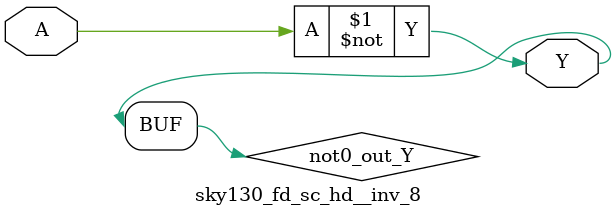
<source format=v>
/*
 * Copyright 2020 The SkyWater PDK Authors
 *
 * Licensed under the Apache License, Version 2.0 (the "License");
 * you may not use this file except in compliance with the License.
 * You may obtain a copy of the License at
 *
 *     https://www.apache.org/licenses/LICENSE-2.0
 *
 * Unless required by applicable law or agreed to in writing, software
 * distributed under the License is distributed on an "AS IS" BASIS,
 * WITHOUT WARRANTIES OR CONDITIONS OF ANY KIND, either express or implied.
 * See the License for the specific language governing permissions and
 * limitations under the License.
 *
 * SPDX-License-Identifier: Apache-2.0
*/


`ifndef SKY130_FD_SC_HD__INV_8_FUNCTIONAL_V
`define SKY130_FD_SC_HD__INV_8_FUNCTIONAL_V

/**
 * inv: Inverter.
 *
 * Verilog simulation functional model.
 */

`timescale 1ns / 1ps
`default_nettype none

`celldefine
module sky130_fd_sc_hd__inv_8 (
    Y,
    A
);

    // Module ports
    output Y;
    input  A;

    // Local signals
    wire not0_out_Y;

    //  Name  Output      Other arguments
    not not0 (not0_out_Y, A              );
    buf buf0 (Y         , not0_out_Y     );

endmodule
`endcelldefine

`default_nettype wire
`endif  // SKY130_FD_SC_HD__INV_8_FUNCTIONAL_V

</source>
